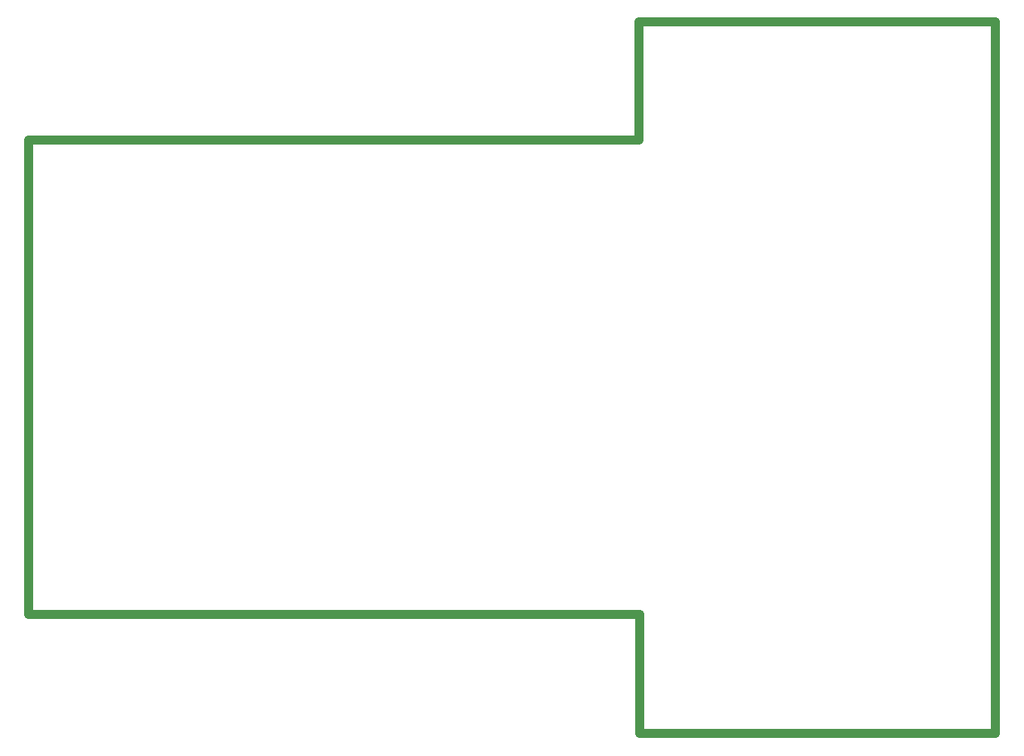
<source format=gm1>
G04*
G04 #@! TF.GenerationSoftware,Altium Limited,Altium Designer,21.7.2 (23)*
G04*
G04 Layer_Color=16711935*
%FSLAX44Y44*%
%MOMM*%
G71*
G04*
G04 #@! TF.SameCoordinates,4DA13975-460D-43A1-ABA8-CDB05979C8EE*
G04*
G04*
G04 #@! TF.FilePolarity,Positive*
G04*
G01*
G75*
%ADD13C,1.0000*%
D13*
X686000Y-400000D02*
Y-266000D01*
Y-400000D02*
X1085800D01*
X685800Y267000D02*
Y400000D01*
X0Y-266000D02*
X686000D01*
X1085800Y-400000D02*
X1085800Y400000D01*
X685800D02*
X1085800D01*
X0Y267000D02*
X685800D01*
X0Y-266000D02*
Y267000D01*
X686000Y-400000D02*
Y-266000D01*
Y-400000D02*
X1085800D01*
X685800Y267000D02*
Y400000D01*
X0Y-266000D02*
X686000D01*
X1085800Y-400000D02*
X1085800Y400000D01*
X685800D02*
X1085800D01*
X0Y267000D02*
X685800D01*
X0Y-266000D02*
Y267000D01*
M02*

</source>
